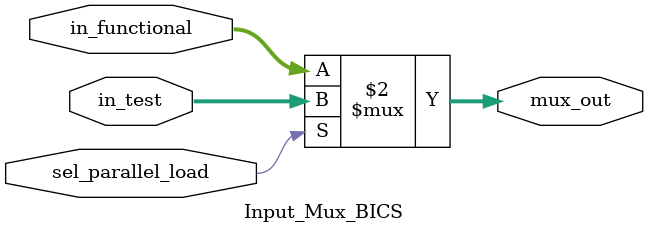
<source format=v>
`timescale 1ns / 1ps
/*******************************************************************
* ¸ðµâ¸í: Input_Mux_BICS
* ¼³¸í:
* BICS-BISTÀÇ 'Broadcast-Input'À» À§ÇÑ 2-to-1 MUXÀÔ´Ï´Ù.
* 'sel_parallel_load' ½ÅÈ£¿¡ µû¶ó 'in_functional' (ÀÏ¹Ý °æ·Î) ¶Ç´Â
* 'in_test' (TPG ºê·ÎµåÄ³½ºÆ® ÆÐÅÏ) Áß ÇÏ³ª¸¦ ¼±ÅÃÇÕ´Ï´Ù.
*
* PE_Top_BICS ¸ðµâ¿¡¼­ A ·¹Áö½ºÅÍ¿Í W ·¹Áö½ºÅÍ ÀÔ·Â´Ü¿¡
* °¢°¢ ÀÎ½ºÅÏ½ºÈ­µÇ¾î Àç»ç¿ëµË´Ï´Ù.
*
* ÆÄ¶ó¹ÌÅÍ:
* DATA_WIDTH: A ¶Ç´Â W ·¹Áö½ºÅÍÀÇ ºñÆ® Æø (¿¹: 8)
*
* Æ÷Æ®:
* in_functional:     (ÀÔ·Â) ÀÏ¹Ý ±â´É °æ·ÎÀÇ µ¥ÀÌÅÍ (¿¹: scan_in_a)
* in_test:           (ÀÔ·Â) TPG ºê·ÎµåÄ³½ºÆ® Å×½ºÆ® ÆÐÅÏ (¿¹: TP_A)
* sel_parallel_load: (ÀÔ·Â) BIST ÄÁÆ®·Ñ·¯ÀÇ 'parallel_load_en' ½ÅÈ£
* mux_out:           (Ãâ·Â) ¼±ÅÃµÈ µ¥ÀÌÅÍ (A ¶Ç´Â W ·¹Áö½ºÅÍÀÇ D ÀÔ·Â)
*******************************************************************/

module Input_Mux_BICS #(
    parameter DATA_WIDTH = 8
) (
    // --- ÀÔ·Â Æ÷Æ® ---
    input wire [DATA_WIDTH-1:0] in_functional,
    input wire [DATA_WIDTH-1:0] in_test,
    input wire                  sel_parallel_load,
    
    // --- Ãâ·Â Æ÷Æ® ---
    output wire [DATA_WIDTH-1:0] mux_out
);

    // --- Á¶ÇÕ ³í¸® (Combinational Logic) ---
    
    // sel_parallel_load°¡ 1ÀÌ¸é TPG ÆÐÅÏÀ», 0ÀÌ¸é ÀÏ¹Ý °æ·Î¸¦ ¼±ÅÃ
    assign mux_out = (sel_parallel_load == 1'b1) ? in_test : in_functional;

endmodule
</source>
